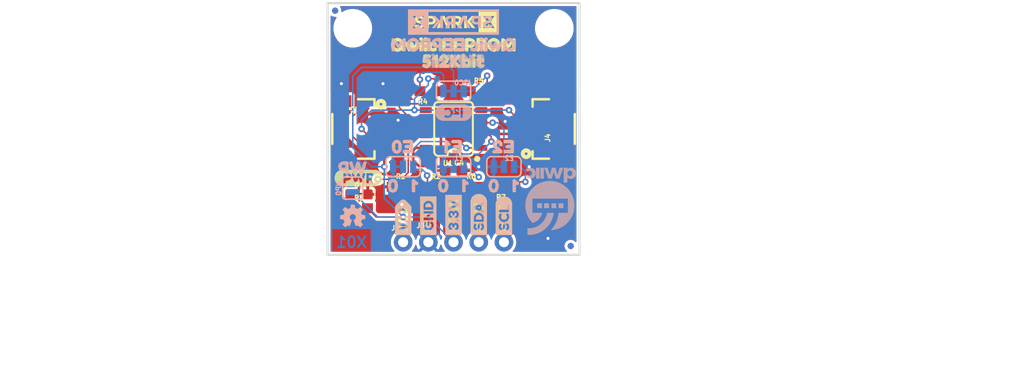
<source format=kicad_pcb>
(kicad_pcb (version 20211014) (generator pcbnew)
  (layers (0 "F.Cu" signal) (31 "B.Cu" signal) (34 "B.Paste" user) (35 "F.Paste" user) (36 "B.SilkS" user "B.Silkscreen") (37 "F.SilkS" user "F.Silkscreen") (38 "B.Mask" user) (39 "F.Mask" user) (44 "Edge.Cuts" user))
  (net 0 "")
  (net 1 "3.3V")
  (net 2 "GND")
  (net 3 "SCL")
  (net 4 "SDA")
  (net 5 "N$1")
  (net 6 "N$2")
  (net 7 "N$3")
  (net 8 "N$4")
  (net 9 "N$5")
  (net 10 "N$6")
  (net 11 "WP")
  (net 12 "N$7")
  (net 13 "N$8")
  (net 14 "N$9")
  (footprint "eagleBoard:STAND-OFF" (layer "F.Cu") (at 138.3411 94.8436)
    (fp_text reference "JP3" hide)
    (fp_text value "STAND-OFF" hide)
    (pad "" np_thru_hole circle (at 0 0) (size 3.302 3.302) (drill 3.302) (layers *.Cu *.Mask))
  )
  (footprint "eagleBoard:WP2" (layer "F.Cu") (at 143.4211 116.1796 90)
    (fp_text reference "U$28" hide)
    (fp_text value "" hide)
  )
  (footprint "eagleBoard:STAND-OFF" (layer "F.Cu") (at 158.6611 94.8436)
    (fp_text reference "JP4" hide)
    (fp_text value "STAND-OFF" hide)
    (pad "" np_thru_hole circle (at 0 0) (size 3.302 3.302) (drill 3.302) (layers *.Cu *.Mask))
  )
  (footprint "eagleBoard:1X04_1MM_RA" (layer "F.Cu") (at 156.1211 105.0036 90)
    (fp_text reference "J4" (at -1.397 2.159 90) (layer "F.SilkS") (effects (font (size 0.48768 0.48768) (thickness 0.12192)) (justify left bottom)))
    (fp_text value "")
    (pad "1" smd rect (at -1.5 0 90) (size 0.6 1.35) (layers "F.Cu" "F.Paste" "F.Mask") (net 2 "GND"))
    (pad "2" smd rect (at -0.5 0 90) (size 0.6 1.35) (layers "F.Cu" "F.Paste" "F.Mask") (net 1 "3.3V"))
    (pad "3" smd rect (at 0.5 0 90) (size 0.6 1.35) (layers "F.Cu" "F.Paste" "F.Mask") (net 4 "SDA"))
    (pad "4" smd rect (at 1.5 0 90) (size 0.6 1.35) (layers "F.Cu" "F.Paste" "F.Mask") (net 3 "SCL"))
    (pad "NC1" smd rect (at 2.8 3.675 90) (size 1.2 2) (layers "F.Cu" "F.Paste" "F.Mask"))
    (pad "NC2" smd rect (at -2.8 3.675 90) (size 1.2 2) (layers "F.Cu" "F.Paste" "F.Mask"))
  )
  (footprint "eagleBoard:(PWR)" (layer "F.Cu") (at 136.4361 109.9566)
    (fp_text reference "U$10" hide)
    (fp_text value "" hide)
  )
  (footprint "eagleBoard:LED-0603" (layer "F.Cu") (at 138.9761 111.6076)
    (fp_text reference "D1" (at 0 -0.635) (layer "F.SilkS") (effects (font (size 0.48768 0.48768) (thickness 0.12192)) (justify bottom)))
    (fp_text value "RED")
    (pad "A" smd roundrect (at -0.877 0 270) (size 1 1) (layers "F.Cu" "F.Paste" "F.Mask") (roundrect_rratio 0.15) (net 7 "N$3"))
    (pad "C" smd roundrect (at 0.877 0 270) (size 1 1) (layers "F.Cu" "F.Paste" "F.Mask") (roundrect_rratio 0.15) (net 2 "GND"))
  )
  (footprint "eagleBoard:0603" (layer "F.Cu") (at 148.5011 109.1946)
    (fp_text reference "C4" (at 0 -0.762) (layer "F.SilkS") (effects (font (size 0.512064 0.512064) (thickness 0.097536)) (justify left)))
    (fp_text value "0.1uF")
    (pad "1" smd rect (at -0.85 0) (size 1.1 1) (layers "F.Cu" "F.Paste" "F.Mask") (net 1 "3.3V"))
    (pad "2" smd rect (at 0.85 0) (size 1.1 1) (layers "F.Cu" "F.Paste" "F.Mask") (net 2 "GND"))
  )
  (footprint "eagleBoard:MICRO-FIDUCIAL" (layer "F.Cu") (at 136.5631 93.0656)
    (fp_text reference "JP6" hide)
    (fp_text value "FIDUCIALUFIDUCIAL" hide)
    (pad "1" smd roundrect (at 0 0) (size 0.635 0.635) (layers "F.Cu" "F.Mask") (roundrect_rratio 0.5))
  )
  (footprint "eagleBoard:SPARKX-MEDIUM" (layer "F.Cu") (at 148.5011 94.2086)
    (fp_text reference "U$1" hide)
    (fp_text value "SPARKX-LOGO4" hide)
  )
  (footprint "eagleBoard:0603" (layer "F.Cu") (at 153.8351 110.8456 180)
    (fp_text reference "R7" (at 0 -0.762 180) (layer "F.SilkS") (effects (font (size 0.48768 0.48768) (thickness 0.12192)) (justify right top)))
    (fp_text value "10k")
    (pad "1" smd rect (at -0.85 0 180) (size 1.1 1) (layers "F.Cu" "F.Paste" "F.Mask") (net 13 "N$8"))
    (pad "2" smd rect (at 0.85 0 180) (size 1.1 1) (layers "F.Cu" "F.Paste" "F.Mask") (net 1 "3.3V"))
  )
  (footprint "eagleBoard:1X01_NO_SILK" (layer "F.Cu") (at 143.4211 116.4336)
    (fp_text reference "J1" (at -1.27 -1.143) (layer "F.SilkS") (effects (font (size 0.48768 0.48768) (thickness 0.12192)) (justify left bottom)))
    (fp_text value "")
    (pad "1" thru_hole circle (at 0 0 90) (size 1.8796 1.8796) (drill 1.016) (layers *.Cu *.Mask) (net 11 "WP"))
  )
  (footprint "eagleBoard:QWIIC_EEPROM2" (layer "F.Cu") (at 141.0081 96.4946)
    (fp_text reference "U$15" hide)
    (fp_text value "" hide)
  )
  (footprint "eagleBoard:512KBIT7" (layer "F.Cu") (at 144.1831 98.1456)
    (fp_text reference "U$14" hide)
    (fp_text value "" hide)
  )
  (footprint "eagleBoard:SDA8" (layer "F.Cu") (at 151.0411 116.1796 90)
    (fp_text reference "U$27" hide)
    (fp_text value "" hide)
  )
  (footprint "eagleBoard:MICRO-FIDUCIAL" (layer "F.Cu") (at 160.3121 116.8146)
    (fp_text reference "JP2" hide)
    (fp_text value "FIDUCIALUFIDUCIAL" hide)
    (pad "1" smd roundrect (at 0 0) (size 0.635 0.635) (layers "F.Cu" "F.Mask") (roundrect_rratio 0.5))
  )
  (footprint "eagleBoard:GND1" (layer "F.Cu") (at 145.9611 116.1796 90)
    (fp_text reference "U$22" hide)
    (fp_text value "" hide)
  )
  (footprint "eagleBoard:SO08" (layer "F.Cu") (at 148.5011 105.0036 90)
    (fp_text reference "U1" (at -3.175 0 180) (layer "F.SilkS") (effects (font (size 0.48768 0.48768) (thickness 0.12192)) (justify right top)))
    (fp_text value "RM24C512C")
    (pad "1" smd rect (at -1.905 2.8 90) (size 0.6 1.2) (layers "F.Cu" "F.Paste" "F.Mask") (net 10 "N$6"))
    (pad "2" smd rect (at -0.635 2.8 90) (size 0.6 1.2) (layers "F.Cu" "F.Paste" "F.Mask") (net 9 "N$5"))
    (pad "3" smd rect (at 0.635 2.8 90) (size 0.6 1.2) (layers "F.Cu" "F.Paste" "F.Mask") (net 8 "N$4"))
    (pad "4" smd rect (at 1.905 2.8 90) (size 0.6 1.2) (layers "F.Cu" "F.Paste" "F.Mask") (net 2 "GND"))
    (pad "5" smd rect (at 1.905 -2.8 90) (size 0.6 1.2) (layers "F.Cu" "F.Paste" "F.Mask") (net 4 "SDA"))
    (pad "6" smd rect (at 0.635 -2.8 90) (size 0.6 1.2) (layers "F.Cu" "F.Paste" "F.Mask") (net 3 "SCL"))
    (pad "7" smd rect (at -0.635 -2.8 90) (size 0.6 1.2) (layers "F.Cu" "F.Paste" "F.Mask") (net 11 "WP"))
    (pad "8" smd rect (at -1.905 -2.8 90) (size 0.6 1.2) (layers "F.Cu" "F.Paste" "F.Mask") (net 1 "3.3V"))
  )
  (footprint "eagleBoard:1X04_NO_SILK" (layer "F.Cu") (at 145.9611 116.4336)
    (fp_text reference "J3" (at -1.27 -1.397) (layer "F.SilkS") (effects (font (size 0.48768 0.48768) (thickness 0.12192)) (justify left bottom)))
    (fp_text value "PTH")
    (pad "1" thru_hole circle (at 0 0 90) (size 1.8796 1.8796) (drill 1.016) (layers *.Cu *.Mask) (net 2 "GND"))
    (pad "2" thru_hole circle (at 2.54 0 90) (size 1.8796 1.8796) (drill 1.016) (layers *.Cu *.Mask) (net 1 "3.3V"))
    (pad "3" thru_hole circle (at 5.08 0 90) (size 1.8796 1.8796) (drill 1.016) (layers *.Cu *.Mask) (net 4 "SDA"))
    (pad "4" thru_hole circle (at 7.62 0 90) (size 1.8796 1.8796) (drill 1.016) (layers *.Cu *.Mask) (net 3 "SCL"))
  )
  (footprint "eagleBoard:3#3V2" (layer "F.Cu") (at 148.5011 116.1796 90)
    (fp_text reference "U$21" hide)
    (fp_text value "" hide)
  )
  (footprint "eagleBoard:0603" (layer "F.Cu") (at 150.2791 110.8456)
    (fp_text reference "R6" (at 0 -0.762) (layer "F.SilkS") (effects (font (size 0.48768 0.48768) (thickness 0.12192)) (justify bottom)))
    (fp_text value "10k")
    (pad "1" smd rect (at -0.85 0) (size 1.1 1) (layers "F.Cu" "F.Paste" "F.Mask") (net 14 "N$9"))
    (pad "2" smd rect (at 0.85 0) (size 1.1 1) (layers "F.Cu" "F.Paste" "F.Mask") (net 1 "3.3V"))
  )
  (footprint "eagleBoard:1X04_1MM_RA" (layer "F.Cu") (at 140.8811 105.0036 -90)
    (fp_text reference "J2" (at -1.397 2.159 -90) (layer "F.SilkS") (effects (font (size 0.48768 0.48768) (thickness 0.12192)) (justify left bottom)))
    (fp_text value "")
    (pad "1" smd rect (at -1.5 0 270) (size 0.6 1.35) (layers "F.Cu" "F.Paste" "F.Mask") (net 2 "GND"))
    (pad "2" smd rect (at -0.5 0 270) (size 0.6 1.35) (layers "F.Cu" "F.Paste" "F.Mask") (net 1 "3.3V"))
    (pad "3" smd rect (at 0.5 0 270) (size 0.6 1.35) (layers "F.Cu" "F.Paste" "F.Mask") (net 4 "SDA"))
    (pad "4" smd rect (at 1.5 0 270) (size 0.6 1.35) (layers "F.Cu" "F.Paste" "F.Mask") (net 3 "SCL"))
    (pad "NC1" smd rect (at 2.8 3.675 270) (size 1.2 2) (layers "F.Cu" "F.Paste" "F.Mask"))
    (pad "NC2" smd rect (at -2.8 3.675 270) (size 1.2 2) (layers "F.Cu" "F.Paste" "F.Mask"))
  )
  (footprint "eagleBoard:SCL9" (layer "F.Cu") (at 153.5811 116.1796 90)
    (fp_text reference "U$26" hide)
    (fp_text value "" hide)
  )
  (footprint "eagleBoard:0603" (layer "F.Cu") (at 146.7231 110.8456)
    (fp_text reference "R2" (at 0 -0.762) (layer "F.SilkS") (effects (font (size 0.48768 0.48768) (thickness 0.12192)) (justify bottom)))
    (fp_text value "10k")
    (pad "1" smd rect (at -0.85 0) (size 1.1 1) (layers "F.Cu" "F.Paste" "F.Mask") (net 12 "N$7"))
    (pad "2" smd rect (at 0.85 0) (size 1.1 1) (layers "F.Cu" "F.Paste" "F.Mask") (net 1 "3.3V"))
  )
  (footprint "eagleBoard:0603" (layer "F.Cu") (at 143.1671 110.8456)
    (fp_text reference "R1" (at 0 -0.762) (layer "F.SilkS") (effects (font (size 0.48768 0.48768) (thickness 0.12192)) (justify bottom)))
    (fp_text value "10k")
    (pad "1" smd rect (at -0.85 0) (size 1.1 1) (layers "F.Cu" "F.Paste" "F.Mask") (net 2 "GND"))
    (pad "2" smd rect (at 0.85 0) (size 1.1 1) (layers "F.Cu" "F.Paste" "F.Mask") (net 11 "WP"))
  )
  (footprint "eagleBoard:0603" (layer "F.Cu") (at 138.9761 113.0046)
    (fp_text reference "R3" (at 0 -0.762) (layer "F.SilkS") (effects (font (size 0.48768 0.48768) (thickness 0.12192)) (justify bottom)))
    (fp_text value "1k")
    (pad "1" smd rect (at -0.85 0) (size 1.1 1) (layers "F.Cu" "F.Paste" "F.Mask") (net 7 "N$3"))
    (pad "2" smd rect (at 0.85 0) (size 1.1 1) (layers "F.Cu" "F.Paste" "F.Mask") (net 1 "3.3V"))
  )
  (footprint "eagleBoard:0603" (layer "F.Cu") (at 151.0411 101.1936)
    (fp_text reference "R5" (at 0 -0.762) (layer "F.SilkS") (effects (font (size 0.48768 0.48768) (thickness 0.12192)) (justify bottom)))
    (fp_text value "2.2k")
    (pad "1" smd rect (at -0.85 0) (size 1.1 1) (layers "F.Cu" "F.Paste" "F.Mask") (net 3 "SCL"))
    (pad "2" smd rect (at 0.85 0) (size 1.1 1) (layers "F.Cu" "F.Paste" "F.Mask") (net 5 "N$1"))
  )
  (footprint "eagleBoard:0603" (layer "F.Cu") (at 145.9611 101.1936 180)
    (fp_text reference "R4" (at 0 -0.762 180) (layer "F.SilkS") (effects (font (size 0.48768 0.48768) (thickness 0.12192)) (justify right top)))
    (fp_text value "2.2k")
    (pad "1" smd rect (at -0.85 0 180) (size 1.1 1) (layers "F.Cu" "F.Paste" "F.Mask") (net 4 "SDA"))
    (pad "2" smd rect (at 0.85 0 180) (size 1.1 1) (layers "F.Cu" "F.Paste" "F.Mask") (net 6 "N$2"))
  )
  (footprint "eagleBoard:CREATIVE_COMMONS" (layer "F.Cu") (at 123.1011 130.4036)
    (fp_text reference "FRAME1" hide)
    (fp_text value "FRAME-LETTER" hide)
  )
  (footprint "eagleBoard:SDA8" (layer "B.Cu") (at 151.0411 116.1796 90)
    (fp_text reference "U$5" hide)
    (fp_text value "" hide)
  )
  (footprint "eagleBoard:SMT-JUMPER_3_2-NC_TRACE_SILK" (layer "B.Cu") (at 148.5011 101.1936 180)
    (fp_text reference "I2C0" (at 0 1.143) (layer "B.SilkS") (effects (font (size 0.48768 0.48768) (thickness 0.12192)) (justify right top mirror)))
    (fp_text value "")
    (fp_poly (pts (xy -0.7112 -0.127) (xy -0.3048 -0.127) (xy -0.3048 0.127) (xy -0.7112 0.127)) (layer "B.Cu") (width 0) (fill solid))
    (fp_poly (pts (xy 0.3048 -0.127) (xy 0.7112 -0.127) (xy 0.7112 0.127) (xy 0.3048 0.127)) (layer "B.Cu") (width 0) (fill solid))
    (pad "1" smd rect (at -1.016 0 180) (size 0.635 1.27) (layers "B.Cu" "B.Mask") (net 5 "N$1"))
    (pad "2" smd rect (at 0 0 180) (size 0.635 1.27) (layers "B.Cu" "B.Mask") (net 1 "3.3V"))
    (pad "3" smd rect (at 1.016 0 180) (size 0.635 1.27) (layers "B.Cu" "B.Mask") (net 6 "N$2"))
  )
  (footprint "eagleBoard:11" (layer "B.Cu") (at 146.0881 110.7186 180)
    (fp_text reference "U$24" hide)
    (fp_text value "" hide)
  )
  (footprint "eagleBoard:SMT-JUMPER_3_1-NC_TRACE_SILK" (layer "B.Cu") (at 148.5011 108.8136 180)
    (fp_text reference "E1" (at 0 1.143) (layer "B.SilkS") (effects (font (size 0.48768 0.48768) (thickness 0.12192)) (justify right top mirror)))
    (fp_text value "")
    (fp_poly (pts (xy 0.3048 -0.127) (xy 0.7112 -0.127) (xy 0.7112 0.127) (xy 0.3048 0.127)) (layer "B.Cu") (width 0) (fill solid))
    (pad "1" smd rect (at -1.016 0 180) (size 0.635 1.27) (layers "B.Cu" "B.Mask") (net 14 "N$9"))
    (pad "2" smd rect (at 0 0 180) (size 0.635 1.27) (layers "B.Cu" "B.Mask") (net 9 "N$5"))
    (pad "3" smd rect (at 1.016 0 180) (size 0.635 1.27) (layers "B.Cu" "B.Mask") (net 2 "GND"))
  )
  (footprint "eagleBoard:QWIIC_EEPROM2" (layer "B.Cu") (at 155.9941 96.4946 180)
    (fp_text reference "U$16" hide)
    (fp_text value "" hide)
  )
  (footprint "eagleBoard:(I_SUPER2_C)" (layer "B.Cu") (at 150.4061 103.3526 180)
    (fp_text reference "U$11" hide)
    (fp_text value "" hide)
  )
  (footprint "eagleBoard:00" (layer "B.Cu") (at 154.2161 110.7186 180)
    (fp_text reference "U$12" hide)
    (fp_text value "" hide)
  )
  (footprint "eagleBoard:WP6" (layer "B.Cu") (at 140.8811 108.9406 180)
    (fp_text reference "U$7" hide)
    (fp_text value "" hide)
  )
  (footprint "eagleBoard:SCL9" (layer "B.Cu") (at 153.5811 116.1796 90)
    (fp_text reference "U$6" hide)
    (fp_text value "" hide)
  )
  (footprint "eagleBoard:00" (layer "B.Cu") (at 144.0561 110.7186 180)
    (fp_text reference "U$19" hide)
    (fp_text value "" hide)
  )
  (footprint "eagleBoard:SPARKX-MEDIUM" (layer "B.Cu") (at 148.5011 94.2086 180)
    (fp_text reference "U$2" hide)
    (fp_text value "SPARKX-LOGO4" hide)
  )
  (footprint "eagleBoard:E23" (layer "B.Cu") (at 155.7401 106.7816 180)
    (fp_text reference "U$9" hide)
    (fp_text value "" hide)
  )
  (footprint "eagleBoard:11" (layer "B.Cu") (at 156.2481 110.7186 180)
    (fp_text reference "U$20" hide)
    (fp_text value "" hide)
  )
  (footprint "eagleBoard:E05" (layer "B.Cu") (at 145.5801 106.7816 180)
    (fp_text reference "U$8" hide)
    (fp_text value "" hide)
  )
  (footprint "eagleBoard:SMT-JUMPER_2_NO_SILK" (layer "B.Cu") (at 138.3411 110.9726 -90)
    (fp_text reference "WP0" (at 0 1.143 90) (layer "B.SilkS") (effects (font (size 0.48768 0.48768) (thickness 0.12192)) (justify bottom mirror)))
    (fp_text value "")
    (pad "1" smd rect (at -0.4064 0 270) (size 0.635 1.27) (layers "B.Cu" "B.Mask") (net 11 "WP"))
    (pad "2" smd rect (at 0.4064 0 270) (size 0.635 1.27) (layers "B.Cu" "B.Mask") (net 1 "3.3V"))
  )
  (footprint "eagleBoard:QWIIC-LOGO-MEDIUM" (layer "B.Cu") (at 158.2801 112.2426 180)
    (fp_text reference "U$29" hide)
    (fp_text value "" hide)
  )
  (footprint "eagleBoard:GND1" (layer "B.Cu") (at 145.9611 116.1796 90)
    (fp_text reference "U$3" hide)
    (fp_text value "" hide)
  )
  (footprint "eagleBoard:SMT-JUMPER_3_1-NC_TRACE_SILK" (layer "B.Cu") (at 143.4211 108.8136 180)
    (fp_text reference "E0" (at 0 1.143) (layer "B.SilkS") (effects (font (size 0.48768 0.48768) (thickness 0.12192)) (justify right top mirror)))
    (fp_text value "")
    (fp_poly (pts (xy 0.3048 -0.127) (xy 0.7112 -0.127) (xy 0.7112 0.127) (xy 0.3048 0.127)) (layer "B.Cu") (width 0) (fill solid))
    (pad "1" smd rect (at -1.016 0 180) (size 0.635 1.27) (layers "B.Cu" "B.Mask") (net 12 "N$7"))
    (pad "2" smd rect (at 0 0 180) (size 0.635 1.27) (layers "B.Cu" "B.Mask") (net 10 "N$6"))
    (pad "3" smd rect (at 1.016 0 180) (size 0.635 1.27) (layers "B.Cu" "B.Mask") (net 2 "GND"))
  )
  (footprint "eagleBoard:00" (layer "B.Cu") (at 149.1361 110.7186 180)
    (fp_text reference "U$18" hide)
    (fp_text value "" hide)
  )
  (footprint "eagleBoard:E14" (layer "B.Cu") (at 150.5331 106.7816 180)
    (fp_text reference "U$13" hide)
    (fp_text value "" hide)
  )
  (footprint "eagleBoard:3#3V2" (layer "B.Cu") (at 148.5011 116.1796 90)
    (fp_text reference "U$4" hide)
    (fp_text value "" hide)
  )
  (footprint "eagleBoard:MICRO-FIDUCIAL" (layer "B.Cu") (at 160.3121 116.8146 180)
    (fp_text reference "JP5" hide)
    (fp_text value "FIDUCIALUFIDUCIAL" hide)
    (pad "1" smd roundrect (at 0 0 180) (size 0.635 0.635) (layers "B.Cu" "B.Mask") (roundrect_rratio 0.5))
  )
  (footprint "eagleBoard:512KBIT7" (layer "B.Cu") (at 152.8191 98.1456 180)
    (fp_text reference "U$17" hide)
    (fp_text value "" hide)
  )
  (footprint "eagleBoard:MICRO-FIDUCIAL" (layer "B.Cu") (at 136.5631 93.0656 180)
    (fp_text reference "JP1" hide)
    (fp_text value "FIDUCIALUFIDUCIAL" hide)
    (pad "1" smd roundrect (at 0 0 180) (size 0.635 0.635) (layers "B.Cu" "B.Mask") (roundrect_rratio 0.5))
  )
  (footprint "eagleBoard:OSHW-LOGO-MINI" (layer "B.Cu") (at 138.3411 113.8936 180)
    (fp_text reference "LOGO1" hide)
    (fp_text value "OSHW-LOGOMINI" hide)
  )
  (footprint "eagleBoard:SMT-JUMPER_3_1-NC_TRACE_SILK" (layer "B.Cu") (at 153.5811 108.8136 180)
    (fp_text reference "E2" (at 0 1.143) (layer "B.SilkS") (effects (font (size 0.48768 0.48768) (thickness 0.12192)) (justify right top mirror)))
    (fp_text value "")
    (fp_poly (pts (xy 0.3048 -0.127) (xy 0.7112 -0.127) (xy 0.7112 0.127) (xy 0.3048 0.127)) (layer "B.Cu") (width 0) (fill solid))
    (pad "1" smd rect (at -1.016 0 180) (size 0.635 1.27) (layers "B.Cu" "B.Mask") (net 13 "N$8"))
    (pad "2" smd rect (at 0 0 180) (size 0.635 1.27) (layers "B.Cu" "B.Mask") (net 8 "N$4"))
    (pad "3" smd rect (at 1.016 0 180) (size 0.635 1.27) (layers "B.Cu" "B.Mask") (net 2 "GND"))
  )
  (footprint "eagleBoard:11" (layer "B.Cu") (at 151.1681 110.7186 180)
    (fp_text reference "U$23" hide)
    (fp_text value "" hide)
  )
  (footprint "eagleBoard:WP2" (layer "B.Cu") (at 143.4211 116.1796 90)
    (fp_text reference "U$25" hide)
    (fp_text value "" hide)
  )
  (gr_line (start 161.2011 117.7036) (end 135.8011 117.7036) (layer "Edge.Cuts") (width 0.2032))
  (gr_line (start 135.8011 92.3036) (end 161.2011 92.3036) (layer "Edge.Cuts") (width 0.2032))
  (gr_line (start 161.2011 92.3036) (end 161.2011 117.7036) (layer "Edge.Cuts") (width 0.2032))
  (gr_line (start 135.8011 117.7036) (end 135.8011 92.3036) (layer "Edge.Cuts") (width 0.2032))
  (gr_text "X01" (at 138.2141 116.4336) (layer "B.Cu") (effects (font (size 1.0795 1.0795) (thickness 0.1905)) (justify mirror)))
  (segment (start 148.0811 113.8936) (end 147.5731 113.8936) (width 0.254) (layer "F.Cu") (net 1))
  (segment (start 147.5731 113.8936) (end 147.5731 115.5056) (width 0.254) (layer "F.Cu") (net 1))
  (segment (start 151.995787 104.983) (end 152.516387 105.5036) (width 0.254) (layer "F.Cu") (net 1))
  (segment (start 145.0086 108.7501) (end 144.4371 108.1786) (width 0.254) (layer "F.Cu") (net 1))
  (segment (start 144.4371 107.1626) (end 144.4371 108.1786) (width 0.254) (layer "F.Cu") (net 1))
  (segment (start 147.6511 115.5836) (end 148.5011 116.4336) (width 0.254) (layer "F.Cu") (net 1))
  (segment (start 142.1511 105.0036) (end 142.1717 104.983) (width 0.254) (layer "F.Cu") (net 1))
  (segment (start 151.995787 104.983) (end 147.2311 104.983) (width 0.254) (layer "F.Cu") (net 1))
  (segment (start 147.6511 109.1946) (end 147.2311 108.7746) (width 0.254) (layer "F.Cu") (net 1))
  (segment (start 147.2311 108.7746) (end 147.2311 104.983) (width 0.254) (layer "F.Cu") (net 1))
  (segment (start 147.2311 104.983) (end 142.1717 104.983) (width 0.254) (layer "F.Cu") (net 1))
  (segment (start 152.9851 110.8456) (end 151.1291 110.8456) (width 0.254) (layer "F.Cu") (net 1))
  (segment (start 147.6511 109.1946) (end 147.6511 111.2756) (width 0.254) (layer "F.Cu") (net 1))
  (segment (start 147.5731 115.5056) (end 148.5011 116.4336) (width 0.254) (layer "F.Cu") (net 1))
  (segment (start 139.8261 113.0046) (end 140.7151 113.8936) (width 0.1524) (layer "F.Cu") (net 1))
  (segment (start 151.1291 110.8456) (end 148.0811 113.8936) (width 0.254) (layer "F.Cu") (net 1))
  (segment (start 152.516387 105.5036) (end 156.1211 105.5036) (width 0.254) (layer "F.Cu") (net 1))
  (segment (start 142.1511 105.0036) (end 142.1511 107.5436) (width 0.254) (layer "F.Cu") (net 1))
  (segment (start 144.6911 106.9086) (end 144.4371 107.1626) (width 0.254) (layer "F.Cu") (net 1))
  (segment (start 145.7011 106.9086) (end 145.3261 106.9086) (width 0.1524) (layer "F.Cu") (net 1))
  (segment (start 146.0246 108.7501) (end 145.0086 108.7501) (width 0.254) (layer "F.Cu") (net 1))
  (segment (start 142.1511 107.5436) (end 141.5161 108.1786) (width 0.254) (layer "F.Cu") (net 1))
  (segment (start 140.7151 113.8936) (end 143.4211 113.8936) (width 0.1524) (layer "F.Cu") (net 1))
  (segment (start 146.4691 109.1946) (end 146.0246 108.7501) (width 0.254) (layer "F.Cu") (net 1))
  (segment (start 140.8811 104.5036) (end 141.6511 104.5036) (width 0.254) (layer "F.Cu") (net 1))
  (segment (start 141.6511 104.5036) (end 142.1511 105.0036) (width 0.254) (layer "F.Cu") (net 1))
  (segment (start 147.5731 110.8456) (end 147.5731 113.8936) (width 0.254) (layer "F.Cu") (net 1))
  (segment (start 145.7011 106.9086) (end 144.6911 106.9086) (width 0.254) (layer "F.Cu") (net 1))
  (segment (start 141.5161 108.1786) (end 141.5161 108.8136) (width 0.254) (layer "F.Cu") (net 1))
  (segment (start 147.6511 109.1946) (end 146.4691 109.1946) (width 0.254) (layer "F.Cu") (net 1))
  (segment (start 156.1211 105.5036) (end 155.2241 105.5036) (width 0.1524) (layer "F.Cu") (net 1))
  (via (at 141.5161 108.8136) (size 0.6604) (drill 0.3048) (layers "F.Cu" "B.Cu") (net 1))
  (via (at 143.4211 113.8936) (size 0.6604) (drill 0.3048) (layers "F.Cu" "B.Cu") (net 1))
  (segment (start 148.1201 98.7806) (end 139.2301 98.7806) (width 0.1524) (layer "B.Cu") (net 1))
  (segment (start 141.5161 111.9886) (end 143.4211 113.8936) (width 0.1524) (layer "B.Cu") (net 1))
  (segment (start 140.8557 113.8936) (end 143.4211 113.8936) (width 0.1524) (layer "B.Cu") (net 1))
  (segment (start 138.3411 99.6696) (end 138.3411 106.9086) (width 0.1524) (layer "B.Cu") (net 1))
  (segment (start 138.3411 111.379) (end 140.8557 113.8936) (width 0.1524) (layer "B.Cu") (net 1))
  (segment (start 138.3411 99.6696) (end 139.2301 98.7806) (width 0.1524) (layer "B.Cu") (net 1))
  (segment (start 141.5161 108.8136) (end 141.5161 111.9886) (width 0.1524) (layer "B.Cu") (net 1))
  (segment (start 145.9611 113.8936) (end 148.5011 116.4336) (width 0.1524) (layer "B.Cu") (net 1))
  (segment (start 143.4211 113.8936) (end 145.9611 113.8936) (width 0.1524) (layer "B.Cu") (net 1))
  (segment (start 138.3411 106.9086) (end 140.2461 108.8136) (width 0.1524) (layer "B.Cu") (net 1))
  (segment (start 148.5011 99.1616) (end 148.1201 98.7806) (width 0.1524) (layer "B.Cu") (net 1))
  (segment (start 148.5011 101.1936) (end 148.5011 99.1616) (width 0.1524) (layer "B.Cu") (net 1))
  (segment (start 140.2461 108.8136) (end 141.5161 108.8136) (width 0.1524) (layer "B.Cu") (net 1))
  (segment (start 142.3171 111.6466) (end 143.2941 112.6236) (width 0.254) (layer "F.Cu") (net 2))
  (segment (start 140.8811 103.5036) (end 141.1111 103.7336) (width 0.1524) (layer "F.Cu") (net 2))
  (segment (start 140.8811 103.5036) (end 142.4291 103.5036) (width 0.254) (layer "F.Cu") (net 2))
  (segment (start 151.3011 103.0986) (end 152.5651 103.0986) (width 0.1524) (layer "F.Cu") (net 2))
  (segment (start 142.9131 103.9876) (end 142.9131 104.1146) (width 0.254) (layer "F.Cu") (net 2))
  (segment (start 142.3171 110.8456) (end 142.3171 111.6466) (width 0.254) (layer "F.Cu") (net 2))
  (segment (start 152.5651 103.0986) (end 153.7081 104.2416) (width 0.1524) (layer "F.Cu") (net 2))
  (segment (start 142.4291 103.5036) (end 142.9131 103.9876) (width 0.254) (layer "F.Cu") (net 2))
  (via (at 156.1211 108.8136) (size 0.6604) (drill 0.3048) (layers "F.Cu" "B.Cu") (net 2))
  (via (at 153.7081 104.2416) (size 0.6604) (drill 0.3048) (layers "F.Cu" "B.Cu") (net 2))
  (via (at 141.3891 100.4316) (size 0.6604) (drill 0.3048) (layers "F.Cu" "B.Cu") (net 2))
  (via (at 143.2941 112.6236) (size 0.6604) (drill 0.3048) (layers "F.Cu" "B.Cu") (net 2))
  (via (at 151.0411 108.8136) (size 0.6604) (drill 0.3048) (layers "F.Cu" "B.Cu") (net 2))
  (via (at 142.9131 104.1146) (size 0.6604) (drill 0.3048) (layers "F.Cu" "B.Cu") (net 2))
  (via (at 148.232965 107.275466) (size 0.6604) (drill 0.3048) (layers "F.Cu" "B.Cu") (net 2))
  (via (at 158.0261 116.0526) (size 0.6604) (drill 0.3048) (layers "F.Cu" "B.Cu") (net 2))
  (via (at 137.1981 100.4316) (size 0.6604) (drill 0.3048) (layers "F.Cu" "B.Cu") (net 2))
  (segment (start 147.4851 108.8136) (end 147.4851 109.8296) (width 0.1524) (layer "B.Cu") (net 2))
  (segment (start 152.5651 108.8136) (end 151.0411 108.8136) (width 0.254) (layer "B.Cu") (net 2))
  (segment (start 147.4851 108.023332) (end 148.232965 107.275466) (width 0.254) (layer "B.Cu") (net 2))
  (segment (start 147.4851 108.8136) (end 147.4851 108.023332) (width 0.254) (layer "B.Cu") (net 2))
  (segment (start 138.3411 103.7336) (end 138.3411 105.7656) (width 0.1524) (layer "F.Cu") (net 3))
  (segment (start 140.8811 106.5036) (end 139.0791 106.5036) (width 0.1524) (layer "F.Cu") (net 3))
  (segment (start 143.0401 102.4636) (end 139.6111 102.4636) (width 0.1524) (layer "F.Cu") (net 3))
  (segment (start 138.3411 105.7656) (end 139.0791 106.5036) (width 0.1524) (layer "F.Cu") (net 3))
  (segment (start 158.1531 104.1146) (end 158.1531 111.8616) (width 0.1524) (layer "F.Cu") (net 3))
  (segment (start 158.1531 111.8616) (end 153.5811 116.4336) (width 0.1524) (layer "F.Cu") (net 3))
  (segment (start 144.5641 104.3686) (end 143.0401 102.8446) (width 0.1524) (layer "F.Cu") (net 3))
  (segment (start 139.6111 102.4636) (end 138.3411 103.7336) (width 0.1524) (layer "F.Cu") (net 3))
  (segment (start 155.5101 103.5036) (end 154.4701 102.4636) (width 0.1524) (layer "F.Cu") (net 3))
  (segment (start 157.5421 103.5036) (end 158.1531 104.1146) (width 0.1524) (layer "F.Cu") (net 3))
  (segment (start 156.1211 103.5036) (end 157.5421 103.5036) (width 0.1524) (layer "F.Cu") (net 3))
  (segment (start 150.1911 101.1936) (end 150.1911 102.4246) (width 0.1524) (layer "F.Cu") (net 3))
  (segment (start 150.1521 102.4636) (end 143.0401 102.4636) (width 0.1524) (layer "F.Cu") (net 3))
  (segment (start 154.4701 102.4636) (end 150.1521 102.4636) (width 0.1524) (layer "F.Cu") (net 3))
  (segment (start 143.0401 102.8446) (end 143.0401 102.4636) (width 0.1524) (layer "F.Cu") (net 3))
  (segment (start 145.7011 104.3686) (end 144.5641 104.3686) (width 0.1524) (layer "F.Cu") (net 3))
  (segment (start 156.1211 103.5036) (end 155.5101 103.5036) (width 0.1524) (layer "F.Cu") (net 3))
  (segment (start 150.1911 102.4246) (end 150.1521 102.4636) (width 0.1524) (layer "F.Cu") (net 3))
  (segment (start 156.1211 104.5036) (end 155.4941 104.5036) (width 0.1524) (layer "F.Cu") (net 4))
  (segment (start 157.0181 104.5036) (end 157.3911 104.8766) (width 0.1524) (layer "F.Cu") (net 4))
  (segment (start 155.4941 104.5036) (end 154.0891 103.0986) (width 0.1524) (layer "F.Cu") (net 4))
  (segment (start 146.4691 99.9236) (end 145.9611 99.9236) (width 0.1524) (layer "F.Cu") (net 4))
  (segment (start 140.8811 105.5036) (end 139.7301 105.5036) (width 0.1524) (layer "F.Cu") (net 4))
  (segment (start 156.1211 104.5036) (end 157.0181 104.5036) (width 0.1524) (layer "F.Cu") (net 4))
  (segment (start 157.3911 104.8766) (end 157.3911 110.0836) (width 0.1524) (layer "F.Cu") (net 4))
  (segment (start 146.8111 101.1936) (end 146.8111 100.2656) (width 0.1524) (layer "F.Cu") (net 4))
  (segment (start 157.3911 110.0836) (end 151.0411 116.4336) (width 0.1524) (layer "F.Cu") (net 4))
  (segment (start 146.4691 99.9236) (end 146.8111 100.2656) (width 0.1524) (layer "F.Cu") (net 4))
  (segment (start 139.7301 105.5036) (end 139.2301 105.0036) (width 0.1524) (layer "F.Cu") (net 4))
  (segment (start 145.7011 103.0986) (end 144.5641 103.0986) (width 0.1524) (layer "F.Cu") (net 4))
  (via (at 144.5641 103.0986) (size 0.6604) (drill 0.3048) (layers "F.Cu" "B.Cu") (net 4))
  (via (at 154.0891 103.0986) (size 0.6604) (drill 0.3048) (layers "F.Cu" "B.Cu") (net 4))
  (via (at 145.9611 99.9236) (size 0.6604) (drill 0.3048) (layers "F.Cu" "B.Cu") (net 4))
  (via (at 139.2301 105.0036) (size 0.6604) (drill 0.3048) (layers "F.Cu" "B.Cu") (net 4))
  (segment (start 145.9611 100.5586) (end 145.9611 99.9236) (width 0.1524) (layer "B.Cu") (net 4))
  (segment (start 154.0891 103.0986) (end 144.5641 103.0986) (width 0.1524) (layer "B.Cu") (net 4))
  (segment (start 139.2301 105.0036) (end 139.2301 104.1146) (width 0.1524) (layer "B.Cu") (net 4))
  (segment (start 144.5641 103.0986) (end 140.2461 103.0986) (width 0.1524) (layer "B.Cu") (net 4))
  (segment (start 144.5641 103.0986) (end 144.5641 101.9556) (width 0.1524) (layer "B.Cu") (net 4))
  (segment (start 144.5641 101.9556) (end 145.9611 100.5586) (width 0.1524) (layer "B.Cu") (net 4))
  (segment (start 140.2461 103.0986) (end 139.2301 104.1146) (width 0.1524) (layer "B.Cu") (net 4))
  (segment (start 151.8911 101.1936) (end 151.8911 99.6306) (width 0.1524) (layer "F.Cu") (net 5))
  (via (at 151.8911 99.6306) (size 0.6604) (drill 0.3048) (layers "F.Cu" "B.Cu") (net 5))
  (segment (start 149.5171 101.1936) (end 150.3281 101.1936) (width 0.1524) (layer "B.Cu") (net 5))
  (segment (start 150.3281 101.1936) (end 151.8911 99.6306) (width 0.1524) (layer "B.Cu") (net 5))
  (segment (start 145.1111 101.1936) (end 145.1111 100.0116) (width 0.1524) (layer "F.Cu") (net 6))
  (via (at 145.1111 100.0116) (size 0.6604) (drill 0.3048) (layers "F.Cu" "B.Cu") (net 6))
  (segment (start 145.3261 99.2886) (end 145.1111 99.5036) (width 0.1524) (layer "B.Cu") (net 6))
  (segment (start 147.4851 99.5426) (end 147.2311 99.2886) (width 0.1524) (layer "B.Cu") (net 6))
  (segment (start 145.1111 100.0116) (end 145.1111 99.5036) (width 0.1524) (layer "B.Cu") (net 6))
  (segment (start 147.2311 99.2886) (end 145.3261 99.2886) (width 0.1524) (layer "B.Cu") (net 6))
  (segment (start 147.4851 101.1936) (end 147.4851 99.5426) (width 0.1524) (layer "B.Cu") (net 6))
  (segment (start 138.0991 112.9776) (end 138.1261 113.0046) (width 0.1524) (layer "F.Cu") (net 7))
  (segment (start 138.0991 111.6076) (end 138.0991 112.9776) (width 0.1524) (layer "F.Cu") (net 7))
  (segment (start 151.3011 104.3686) (end 152.4381 104.3686) (width 0.1524) (layer "F.Cu") (net 8))
  (via (at 152.4381 104.3686) (size 0.6604) (drill 0.3048) (layers "F.Cu" "B.Cu") (net 8))
  (segment (start 153.5811 105.0036) (end 153.5811 108.8136) (width 0.1524) (layer "B.Cu") (net 8))
  (segment (start 152.9461 104.3686) (end 153.5811 105.0036) (width 0.1524) (layer "B.Cu") (net 8))
  (segment (start 152.4381 104.3686) (end 152.9461 104.3686) (width 0.1524) (layer "B.Cu") (net 8))
  (segment (start 151.3011 105.6386) (end 151.6761 105.6386) (width 0.1524) (layer "F.Cu") (net 9))
  (segment (start 152.148487 105.6386) (end 152.3111 105.801213) (width 0.1524) (layer "F.Cu") (net 9))
  (segment (start 152.3111 105.801213) (end 152.3111 106.2736) (width 0.1524) (layer "F.Cu") (net 9))
  (segment (start 151.3011 105.6386) (end 152.148487 105.6386) (width 0.1524) (layer "F.Cu") (net 9))
  (via (at 152.3111 106.2736) (size 0.6604) (drill 0.3048) (layers "F.Cu" "B.Cu") (net 9))
  (segment (start 152.3111 106.2736) (end 151.0411 107.5436) (width 0.1524) (layer "B.Cu") (net 9))
  (segment (start 148.7551 107.5436) (end 148.5011 107.7976) (width 0.1524) (layer "B.Cu") (net 9))
  (segment (start 148.5011 107.7976) (end 148.5011 108.8136) (width 0.1524) (layer "B.Cu") (net 9))
  (segment (start 151.0411 107.5436) (end 148.7551 107.5436) (width 0.1524) (layer "B.Cu") (net 9))
  (segment (start 149.7711 106.9086) (end 151.3011 106.9086) (width 0.1524) (layer "F.Cu") (net 10))
  (segment (start 149.7711 106.9086) (end 149.785234 106.922735) (width 0.1524) (layer "F.Cu") (net 10))
  (segment (start 149.6441 106.9086) (end 149.7711 106.9086) (width 0.1524) (layer "F.Cu") (net 10))
  (via (at 149.785234 106.922735) (size 0.6604) (drill 0.3048) (layers "F.Cu" "B.Cu") (net 10))
  (segment (start 143.4211 108.0516) (end 143.4211 108.8136) (width 0.1524) (layer "B.Cu") (net 10))
  (segment (start 145.1991 106.2736) (end 143.4211 108.0516) (width 0.1524) (layer "B.Cu") (net 10))
  (segment (start 149.785234 106.922735) (end 149.1361 106.2736) (width 0.1524) (layer "B.Cu") (net 10))
  (segment (start 149.1361 106.2736) (end 145.1991 106.2736) (width 0.1524) (layer "B.Cu") (net 10))
  (segment (start 145.7011 105.685313) (end 145.7011 105.6386) (width 0.1524) (layer "F.Cu") (net 11))
  (segment (start 144.0171 110.8456) (end 143.2551 110.0836) (width 0.1524) (layer "F.Cu") (net 11))
  (segment (start 144.9451 105.6386) (end 143.9291 106.6546) (width 0.1524) (layer "F.Cu") (net 11))
  (segment (start 143.9291 109.4096) (end 143.2551 110.0836) (width 0.1524) (layer "F.Cu") (net 11))
  (segment (start 143.2551 110.0836) (end 140.8811 110.0836) (width 0.1524) (layer "F.Cu") (net 11))
  (segment (start 144.0171 110.8456) (end 144.0171 115.8376) (width 0.1524) (layer "F.Cu") (net 11))
  (segment (start 143.9291 106.6546) (end 143.9291 109.4096) (width 0.1524) (layer "F.Cu") (net 11))
  (segment (start 144.0171 115.8376) (end 143.4211 116.4336) (width 0.1524) (layer "F.Cu") (net 11))
  (segment (start 145.7011 105.6386) (end 144.9451 105.6386) (width 0.1524) (layer "F.Cu") (net 11))
  (via (at 140.8811 110.0836) (size 0.6604) (drill 0.3048) (layers "F.Cu" "B.Cu") (net 11))
  (segment (start 140.7795 110.5662) (end 138.3411 110.5662) (width 0.1524) (layer "B.Cu") (net 11))
  (segment (start 140.8811 110.0836) (end 140.8811 110.4646) (width 0.1524) (layer "B.Cu") (net 11))
  (segment (start 140.8811 110.4646) (end 140.7795 110.5662) (width 0.1524) (layer "B.Cu") (net 11))
  (segment (start 145.8731 109.7416) (end 145.8341 109.7026) (width 0.1524) (layer "F.Cu") (net 12))
  (segment (start 145.8731 110.8456) (end 145.8731 109.7416) (width 0.1524) (layer "F.Cu") (net 12))
  (via (at 145.8341 109.7026) (size 0.6604) (drill 0.3048) (layers "F.Cu" "B.Cu") (net 12))
  (segment (start 144.4371 108.8136) (end 144.6911 109.0676) (width 0.1524) (layer "B.Cu") (net 12))
  (segment (start 145.8341 109.5756) (end 145.8341 109.7026) (width 0.1524) (layer "B.Cu") (net 12))
  (segment (start 145.3261 109.0676) (end 145.8341 109.5756) (width 0.1524) (layer "B.Cu") (net 12))
  (segment (start 144.6911 109.0676) (end 145.3261 109.0676) (width 0.1524) (layer "B.Cu") (net 12))
  (segment (start 155.1931 110.3376) (end 155.7401 110.3376) (width 0.1524) (layer "F.Cu") (net 13))
  (segment (start 154.6851 110.8456) (end 155.1931 110.3376) (width 0.1524) (layer "F.Cu") (net 13))
  (via (at 155.7401 110.3376) (size 0.6604) (drill 0.3048) (layers "F.Cu" "B.Cu") (net 13))
  (segment (start 155.7401 109.3216) (end 155.2321 108.8136) (width 0.1524) (layer "B.Cu") (net 13))
  (segment (start 155.2321 108.8136) (end 154.5971 108.8136) (width 0.1524) (layer "B.Cu") (net 13))
  (segment (start 155.7401 110.3376) (end 155.7401 109.3216) (width 0.1524) (layer "B.Cu") (net 13))
  (segment (start 150.4117 109.863) (end 151.0411 109.863) (width 0.1524) (layer "F.Cu") (net 14))
  (segment (start 149.4291 110.8456) (end 150.4117 109.863) (width 0.1524) (layer "F.Cu") (net 14))
  (segment (start 149.4291 110.8456) (end 149.4291 110.6306) (width 0.254) (layer "F.Cu") (net 14))
  (via (at 151.0411 109.863) (size 0.6604) (drill 0.3048) (layers "F.Cu" "B.Cu") (net 14))
  (segment (start 150.2457 109.0676) (end 149.5171 109.0676) (width 0.1524) (layer "B.Cu") (net 14))
  (segment (start 149.5171 109.0676) (end 149.5171 108.8136) (width 0.254) (layer "B.Cu") (net 14))
  (segment (start 151.0411 109.863) (end 150.2457 109.0676) (width 0.1524) (layer "B.Cu") (net 14))
  (zone (net 2) (net_name "GND") (layer "F.Cu") (priority 6) (connect_pads (clearance 0.3048)) (min_thickness 0.127) (fill yes (thermal_gap 0.304) (thermal_bridge_width 0.304))
    (polygon (pts (xy 161.3281 117.8306) (xy 135.6741 117.8306) (xy 135.6741 92.1766) (xy 161.3281 92.1766)))
  )
  (zone (net 2) (net_name "GND") (layer "B.Cu") (priority 6) (connect_pads (clearance 0.3048)) (min_thickness 0.127) (fill yes (thermal_gap 0.304) (thermal_bridge_width 0.304))
    (polygon (pts (xy 161.3281 117.8306) (xy 135.6741 117.8306) (xy 135.6741 92.1766) (xy 161.3281 92.1766)))
  )
)
</source>
